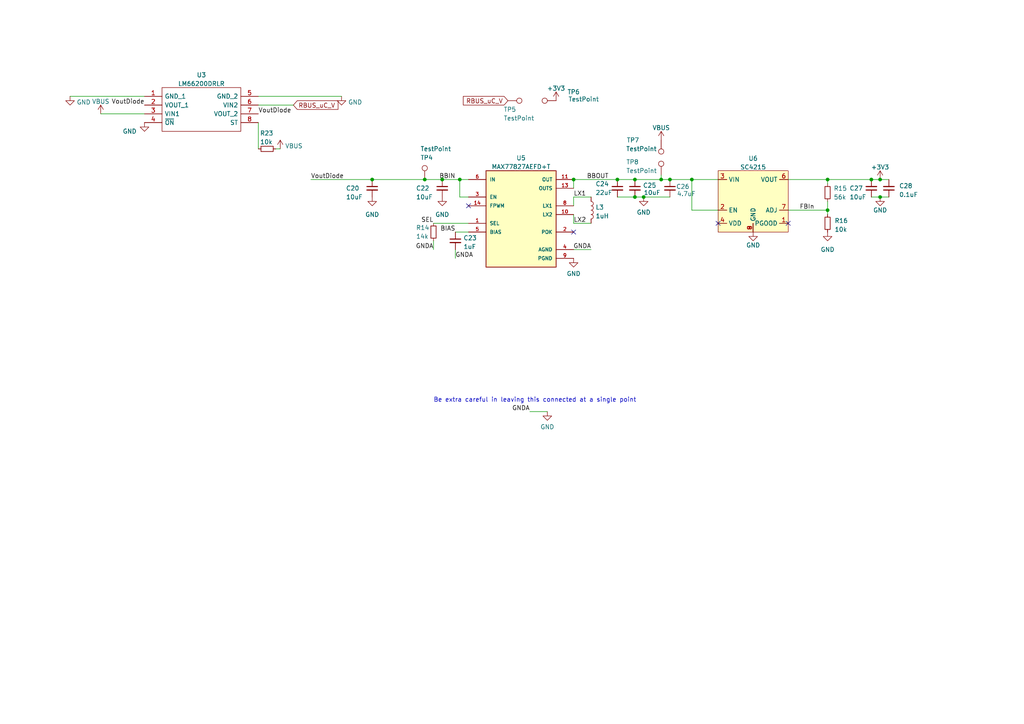
<source format=kicad_sch>
(kicad_sch (version 20230121) (generator eeschema)
  (paper "A4")
  (lib_symbols
    (symbol "Connector:TestPoint" (pin_numbers hide) (pin_names (offset 0.762) hide)
      (property "Reference" "TP" (at 0 6.858 0))
      (property "Value" "TestPoint" (at 0 5.08 0))
      (symbol "TestPoint_0_1"
        (circle (center 0 3.302) (radius 0.762))
      )
      (symbol "TestPoint_1_1"
        (pin passive line (at 0 0 90) (length 2.54) (name "1") (number "1"))
      )
    )
    (symbol "Device:C_Small" (pin_numbers hide) (pin_names (offset 0.254) hide)
      (property "Reference" "C" (at 0.254 1.778 0))
      (property "Value" "C_Small" (at 0.254 -2.032 0))
      (symbol "C_Small_0_1"
        (polyline (pts (xy -1.524 -0.508) (xy 1.524 -0.508)) (stroke (width 0.3302)))
        (polyline (pts (xy -1.524 0.508) (xy 1.524 0.508)) (stroke (width 0.3048)))
      )
      (symbol "C_Small_1_1"
        (pin passive line (at 0 2.54 270) (length 2.032) (name "~") (number "1"))
        (pin passive line (at 0 -2.54 90) (length 2.032) (name "~") (number "2"))
      )
    )
    (symbol "Device:L" (pin_numbers hide) (pin_names (offset 1.016) hide)
      (property "Reference" "L" (at -1.27 0 90))
      (property "Value" "L" (at 1.905 0 90))
      (symbol "L_0_1"
        (arc (start 0 -2.54) (mid 0.6323 -1.905) (end 0 -1.27))
        (arc (start 0 -1.27) (mid 0.6323 -0.635) (end 0 0))
        (arc (start 0 0) (mid 0.6323 0.635) (end 0 1.27))
        (arc (start 0 1.27) (mid 0.6323 1.905) (end 0 2.54))
      )
      (symbol "L_1_1"
        (pin passive line (at 0 3.81 270) (length 1.27) (name "1") (number "1"))
        (pin passive line (at 0 -3.81 90) (length 1.27) (name "2") (number "2"))
      )
    )
    (symbol "Device:R_Small" (pin_numbers hide) (pin_names (offset 0.254) hide)
      (property "Reference" "R" (at 0.762 0.508 0))
      (property "Value" "R_Small" (at 0.762 -1.016 0))
      (symbol "R_Small_0_1"
        (rectangle (start -0.762 1.778) (end 0.762 -1.778) (stroke (width 0.2032)))
      )
      (symbol "R_Small_1_1"
        (pin passive line (at 0 2.54 270) (length 0.762) (name "~") (number "1"))
        (pin passive line (at 0 -2.54 90) (length 0.762) (name "~") (number "2"))
      )
    )
    (symbol "iclr:LM66200DRLR" (pin_names (offset 0.762))
      (property "Reference" "U" (at 29.21 7.62 0))
      (property "Value" "LM66200DRLR" (at 29.21 5.08 0))
      (symbol "LM66200DRLR_0_0"
        (pin passive line (at 0 0 0) (length 5.08) (name "GND_1") (number "1"))
        (pin passive line (at 0 -2.54 0) (length 5.08) (name "VOUT_1") (number "2"))
        (pin passive line (at 0 -5.08 0) (length 5.08) (name "VIN1") (number "3"))
        (pin passive line (at 0 -7.62 0) (length 5.08) (name "~{ON}") (number "4"))
        (pin passive line (at 33.02 0 180) (length 5.08) (name "GND_2") (number "5"))
        (pin passive line (at 33.02 -2.54 180) (length 5.08) (name "VIN2") (number "6"))
        (pin passive line (at 33.02 -5.08 180) (length 5.08) (name "VOUT_2") (number "7"))
        (pin passive line (at 33.02 -7.62 180) (length 5.08) (name "ST") (number "8"))
      )
      (symbol "LM66200DRLR_0_1"
        (polyline (pts (xy 5.08 2.54) (xy 27.94 2.54) (xy 27.94 -10.16) (xy 5.08 -10.16) (xy 5.08 2.54)) (stroke (width 0.1524)))
      )
    )
    (symbol "iclr:MAX77827AEFD+T" (pin_names (offset 1.016))
      (property "Reference" "U?" (at -10.16 13.208 0))
      (property "Value" "MAX77827AEFD+T" (at -10.16 -17.78 0))
      (symbol "MAX77827AEFD+T_0_0"
        (rectangle (start -10.16 -15.24) (end 10.16 12.7) (stroke (width 0.254)) (fill (type background)))
        (pin passive line (at -15.24 -2.54 0) (length 5.08) (name "SEL") (number "1"))
        (pin passive line (at 15.24 0 180) (length 5.08) (name "LX2") (number "10"))
        (pin output line (at 15.24 10.16 180) (length 5.08) (name "OUT") (number "11"))
        (pin input line (at 15.24 7.62 180) (length 5.08) (name "OUTS") (number "13"))
        (pin input line (at -15.24 2.54 0) (length 5.08) (name "FPWM") (number "14"))
        (pin output line (at 15.24 -5.08 180) (length 5.08) (name "POK") (number "2"))
        (pin input line (at -15.24 5.08 0) (length 5.08) (name "EN") (number "3"))
        (pin power_in line (at 15.24 -10.16 180) (length 5.08) (name "AGND") (number "4"))
        (pin passive line (at -15.24 -5.08 0) (length 5.08) (name "BIAS") (number "5"))
        (pin input line (at -15.24 10.16 0) (length 5.08) (name "IN") (number "6"))
        (pin passive line (at 15.24 2.54 180) (length 5.08) (name "LX1") (number "8"))
        (pin power_in line (at 15.24 -12.7 180) (length 5.08) (name "PGND") (number "9"))
      )
    )
    (symbol "iclr:RT9025-25GSP"
      (property "Reference" "U6" (at 0 4.8428 0))
      (property "Value" "RT9025-25GSP" (at 0 2.3059 0))
      (symbol "RT9025-25GSP_1_1"
        (rectangle (start -10.16 1.27) (end 10.16 -16.51) (fill (type background)))
        (pin output line (at 10.16 -13.97 180) (length 2.54) (name "PGOOD") (number "1"))
        (pin input line (at -10.16 -10.16 0) (length 2.54) (name "EN") (number "2"))
        (pin input line (at -10.16 -1.27 0) (length 2.54) (name "VIN") (number "3"))
        (pin input line (at -10.16 -13.97 0) (length 2.54) (name "VDD") (number "4"))
        (pin output line (at 10.16 -1.27 180) (length 2.54) (name "VOUT") (number "6"))
        (pin input line (at 10.16 -10.16 180) (length 2.54) (name "ADJ") (number "7"))
        (pin input line (at 0 -16.51 90) (length 2.54) (name "GND") (number "8"))
        (pin input line (at 0 -16.51 90) (length 2.54) (name "GND") (number "9"))
      )
    )
    (symbol "power:+3.3V" (power) (pin_names (offset 0))
      (property "Value" "+3.3V" (at 0 3.556 0))
      (symbol "+3.3V_0_1"
        (polyline (pts (xy -0.762 1.27) (xy 0 2.54)))
        (polyline (pts (xy 0 0) (xy 0 2.54)))
        (polyline (pts (xy 0 2.54) (xy 0.762 1.27)))
      )
      (symbol "+3.3V_1_1"
        (pin power_in line (at 0 0 90) (length 0) hide (name "+3V3") (number "1"))
      )
    )
    (symbol "power:GND" (power) (pin_names (offset 0))
      (property "Value" "GND" (at 0 -3.81 0))
      (symbol "GND_0_1"
        (polyline (pts (xy 0 0) (xy 0 -1.27) (xy 1.27 -1.27) (xy 0 -2.54) (xy -1.27 -1.27) (xy 0 -1.27)))
      )
      (symbol "GND_1_1"
        (pin power_in line (at 0 0 270) (length 0) hide (name "GND") (number "1"))
      )
    )
    (symbol "power:VBUS" (power) (pin_names (offset 0))
      (property "Value" "VBUS" (at 0 3.81 0))
      (symbol "VBUS_0_1"
        (polyline (pts (xy -0.762 1.27) (xy 0 2.54)))
        (polyline (pts (xy 0 0) (xy 0 2.54)))
        (polyline (pts (xy 0 2.54) (xy 0.762 1.27)))
      )
      (symbol "VBUS_1_1"
        (pin power_in line (at 0 0 90) (length 0) hide (name "VBUS") (number "1"))
      )
    )
  )
  (junction (at 184.15 52.07))
  (junction (at 240.03 52.07))
  (junction (at 255.27 52.07))
  (junction (at 191.77 52.07))
  (junction (at 186.69 57.15))
  (junction (at 128.27 52.07))
  (junction (at 252.73 52.07))
  (junction (at 194.31 52.07))
  (junction (at 255.27 57.15))
  (junction (at 166.37 52.07))
  (junction (at 123.19 52.07))
  (junction (at 240.03 60.96))
  (junction (at 107.95 52.07))
  (junction (at 133.35 52.07))
  (junction (at 179.07 52.07))
  (junction (at 184.15 57.15))
  (junction (at 200.66 52.07))
  (no_connect (at 166.37 67.31))
  (no_connect (at 135.89 59.69))
  (no_connect (at 228.6 64.77))
  (no_connect (at 208.28 64.77))
  (wire (pts (xy 107.95 52.07) (xy 123.19 52.07)))
  (wire (pts (xy 133.35 57.15) (xy 135.89 57.15)))
  (wire (pts (xy 166.37 52.07) (xy 179.07 52.07)))
  (wire (pts (xy 20.32 27.94) (xy 41.91 27.94)))
  (wire (pts (xy 179.07 52.07) (xy 184.15 52.07)))
  (wire (pts (xy 240.03 52.07) (xy 240.03 53.34)))
  (wire (pts (xy 166.37 57.15) (xy 171.45 57.15)))
  (wire (pts (xy 200.66 52.07) (xy 200.66 60.96)))
  (wire (pts (xy 179.07 57.15) (xy 184.15 57.15)))
  (wire (pts (xy 228.6 52.07) (xy 240.03 52.07)))
  (wire (pts (xy 166.37 64.77) (xy 166.37 62.23)))
  (wire (pts (xy 200.66 52.07) (xy 208.28 52.07)))
  (wire (pts (xy 85.09 30.48) (xy 74.93 30.48)))
  (wire (pts (xy 125.73 64.77) (xy 135.89 64.77)))
  (wire (pts (xy 166.37 72.39) (xy 171.45 72.39)))
  (wire (pts (xy 191.77 52.07) (xy 194.31 52.07)))
  (wire (pts (xy 99.06 27.94) (xy 74.93 27.94)))
  (wire (pts (xy 240.03 58.42) (xy 240.03 60.96)))
  (wire (pts (xy 166.37 59.69) (xy 166.37 57.15)))
  (wire (pts (xy 191.77 50.8) (xy 191.77 52.07)))
  (wire (pts (xy 184.15 52.07) (xy 191.77 52.07)))
  (wire (pts (xy 252.73 57.15) (xy 255.27 57.15)))
  (wire (pts (xy 133.35 52.07) (xy 133.35 57.15)))
  (wire (pts (xy 200.66 60.96) (xy 208.28 60.96)))
  (wire (pts (xy 123.19 52.07) (xy 128.27 52.07)))
  (wire (pts (xy 186.69 57.15) (xy 194.31 57.15)))
  (wire (pts (xy 194.31 52.07) (xy 200.66 52.07)))
  (wire (pts (xy 125.73 72.39) (xy 125.73 69.85)))
  (wire (pts (xy 228.6 60.96) (xy 240.03 60.96)))
  (wire (pts (xy 171.45 64.77) (xy 166.37 64.77)))
  (wire (pts (xy 255.27 57.15) (xy 257.81 57.15)))
  (wire (pts (xy 90.17 52.07) (xy 107.95 52.07)))
  (wire (pts (xy 186.69 57.15) (xy 184.15 57.15)))
  (wire (pts (xy 153.67 119.38) (xy 158.75 119.38)))
  (wire (pts (xy 128.27 52.07) (xy 133.35 52.07)))
  (wire (pts (xy 29.21 33.02) (xy 41.91 33.02)))
  (wire (pts (xy 81.28 43.18) (xy 80.01 43.18)))
  (wire (pts (xy 166.37 54.61) (xy 166.37 52.07)))
  (wire (pts (xy 132.08 67.31) (xy 135.89 67.31)))
  (wire (pts (xy 255.27 52.07) (xy 252.73 52.07)))
  (wire (pts (xy 133.35 52.07) (xy 135.89 52.07)))
  (wire (pts (xy 255.27 52.07) (xy 257.81 52.07)))
  (wire (pts (xy 240.03 60.96) (xy 240.03 62.23)))
  (wire (pts (xy 240.03 52.07) (xy 252.73 52.07)))
  (wire (pts (xy 132.08 74.93) (xy 132.08 72.39)))
  (wire (pts (xy 74.93 43.18) (xy 74.93 35.56)))
  (text "Be extra careful in leaving this connected at a single point\n" (at 125.73 116.84 0) (effects (font (size 1.27 1.27)) (justify left bottom)))
  (label "GNDA" (at 132.08 74.93 0))
  (label "FBIn" (at 236.22 60.96 180))
  (label "BIAS" (at 132.08 67.31 180))
  (label "VoutDiode" (at 41.91 30.48 180))
  (label "LX2" (at 166.37 64.77 0))
  (label "GNDA" (at 153.67 119.38 180))
  (label "GNDA" (at 125.73 72.39 180))
  (label "SEL" (at 125.73 64.77 180))
  (label "VoutDiode" (at 74.93 33.02 0))
  (label "GNDA" (at 171.45 72.39 180))
  (label "BBOUT" (at 170.18 52.07 0))
  (label "VoutDiode" (at 90.17 52.07 0))
  (label "LX1" (at 166.37 57.15 0))
  (label "BBIN" (at 132.08 52.07 180))
  (global_label "RBUS_uC_V" (shape input) (at 85.09 30.48 0) (property "Intersheetrefs" "${INTERSHEET_REFS}" (effects hide)))
  (global_label "RBUS_uC_V" (shape input) (at 147.32 29.21 180) (property "Intersheetrefs" "${INTERSHEET_REFS}" (effects hide)))
  (symbol (lib_id "power:+3.3V") (at 161.29 29.21 0) (unit 1)
    (property "Reference" "#PWR045" (effects hide))
    (property "Value" "+3.3V" (at 161.29 25.6342 0))
  )
  (symbol (lib_id "Connector:TestPoint") (at 191.77 50.8 0) (unit 1)
    (property "Reference" "TP8" (at 181.61 46.99 0) (effects (justify left)))
    (property "Value" "TestPoint" (at 181.61 49.5269 0) (effects (justify left)))
    (property "Footprint" "TestPoint:TestPoint_Pad_D1.5mm" (effects hide))
  )
  (symbol (lib_id "Device:R_Small") (at 125.73 67.31 0) (unit 1)
    (property "Reference" "R14" (at 120.65 66.04 0) (effects (justify left)))
    (property "Value" "14k" (at 120.65 68.5769 0) (effects (justify left)))
    (property "Footprint" "Resistor_SMD:R_0402_1005Metric" (effects hide))
  )
  (symbol (lib_id "Device:R_Small") (at 77.47 43.18 270) (unit 1)
    (property "Reference" "R23" (at 75.4011 38.6379 90) (effects (justify left)))
    (property "Value" "10k" (at 75.4011 41.1779 90) (effects (justify left)))
    (property "Footprint" "Resistor_SMD:R_0402_1005Metric" (effects hide))
  )
  (symbol (lib_id "Device:C_Small") (at 257.81 54.61 180) (unit 1)
    (property "Reference" "C28" (at 260.7683 53.9154 0) (effects (justify right)))
    (property "Value" "0.1uF" (at 260.7683 56.4554 0) (effects (justify right)))
    (property "Footprint" "Capacitor_SMD:C_0402_1005Metric" (effects hide))
  )
  (symbol (lib_id "Connector:TestPoint") (at 147.32 29.21 270) (unit 1)
    (property "Reference" "TP5" (at 146.05 31.75 90) (effects (justify left)))
    (property "Value" "TestPoint" (at 146.05 34.2869 90) (effects (justify left)))
    (property "Footprint" "TestPoint:TestPoint_Pad_D1.5mm" (effects hide))
  )
  (symbol (lib_id "power:VBUS") (at 191.77 40.64 0) (unit 1)
    (property "Reference" "#PWR049" (effects hide))
    (property "Value" "VBUS" (at 191.77 37.0642 0))
  )
  (symbol (lib_id "Device:C_Small") (at 184.15 54.61 0) (unit 1)
    (property "Reference" "C25" (at 186.4741 53.7816 0) (effects (justify left)))
    (property "Value" "10uF" (at 186.69 55.88 0) (effects (justify left)))
    (property "Footprint" "Capacitor_SMD:C_0402_1005Metric" (effects hide))
  )
  (symbol (lib_id "Device:L") (at 171.45 60.96 0) (unit 1)
    (property "Reference" "L3" (at 172.72 60.1253 0) (effects (justify left)))
    (property "Value" "1uH" (at 172.72 62.6622 0) (effects (justify left)))
    (property "Footprint" "Inductor_SMD:L_0805_2012Metric" (effects hide))
  )
  (symbol (lib_id "Connector:TestPoint") (at 123.19 52.07 0) (unit 1)
    (property "Reference" "TP4" (at 121.92 45.72 0) (effects (justify left)))
    (property "Value" "TestPoint" (at 121.92 43.1831 0) (effects (justify left)))
    (property "Footprint" "TestPoint:TestPoint_Pad_D1.5mm" (effects hide))
  )
  (symbol (lib_id "Device:R_Small") (at 240.03 64.77 0) (unit 1)
    (property "Reference" "R16" (at 242.044 64.0197 0) (effects (justify left)))
    (property "Value" "10k" (at 242.044 66.5597 0) (effects (justify left)))
    (property "Footprint" "Resistor_SMD:R_0402_1005Metric" (effects hide))
  )
  (symbol (lib_id "Device:C_Small") (at 107.95 54.61 0) (unit 1)
    (property "Reference" "C20" (at 100.33 54.61 0) (effects (justify left)))
    (property "Value" "10uF" (at 100.33 57.1469 0) (effects (justify left)))
    (property "Footprint" "Capacitor_SMD:C_0402_1005Metric" (effects hide))
  )
  (symbol (lib_id "power:GND") (at 20.32 27.94 0) (unit 1)
    (property "Reference" "#PWR0105" (effects hide))
    (property "Value" "GND" (at 22.225 29.6438 0) (effects (justify left)))
  )
  (symbol (lib_id "power:GND") (at 186.69 57.15 0) (unit 1)
    (property "Reference" "#PWR048" (effects hide))
    (property "Value" "GND" (at 186.69 61.5934 0))
  )
  (symbol (lib_id "power:GND") (at 107.95 57.15 0) (unit 1)
    (property "Reference" "#PWR0108" (effects hide))
    (property "Value" "GND" (at 107.95 62.23 0))
  )
  (symbol (lib_id "power:GND") (at 41.91 35.56 0) (unit 1)
    (property "Reference" "#PWR0103" (effects hide))
    (property "Value" "GND" (at 35.56 38.1 0) (effects (justify left)))
  )
  (symbol (lib_id "Device:C_Small") (at 128.27 54.61 0) (unit 1)
    (property "Reference" "C22" (at 120.65 54.61 0) (effects (justify left)))
    (property "Value" "10uF" (at 120.65 57.1469 0) (effects (justify left)))
    (property "Footprint" "Capacitor_SMD:C_0603_1608Metric" (effects hide))
  )
  (symbol (lib_id "power:+3.3V") (at 255.27 52.07 0) (unit 1)
    (property "Reference" "#PWR052" (effects hide))
    (property "Value" "+3.3V" (at 255.27 48.4942 0))
  )
  (symbol (lib_id "Connector:TestPoint") (at 191.77 40.64 180) (unit 1)
    (property "Reference" "TP7" (at 185.42 40.64 0) (effects (justify left)))
    (property "Value" "TestPoint" (at 190.5 43.1769 0) (effects (justify left)))
    (property "Footprint" "TestPoint:TestPoint_Pad_D1.5mm" (effects hide))
  )
  (symbol (lib_id "power:GND") (at 255.27 57.15 0) (unit 1)
    (property "Reference" "#PWR053" (effects hide))
    (property "Value" "GND" (at 255.27 60.96 0))
  )
  (symbol (lib_id "power:VBUS") (at 81.28 43.18 0) (unit 1)
    (property "Reference" "#PWR0106" (effects hide))
    (property "Value" "VBUS" (at 82.677 42.3438 0) (effects (justify left)))
  )
  (symbol (lib_id "power:GND") (at 218.44 67.31 0) (unit 1)
    (property "Reference" "#PWR050" (effects hide))
    (property "Value" "GND" (at 218.44 71.12 0))
  )
  (symbol (lib_id "Device:C_Small") (at 252.73 54.61 180) (unit 1)
    (property "Reference" "C27" (at 246.38 54.61 0) (effects (justify right)))
    (property "Value" "10uF" (at 246.38 57.15 0) (effects (justify right)))
    (property "Footprint" "Capacitor_SMD:C_0402_1005Metric" (effects hide))
  )
  (symbol (lib_id "power:GND") (at 128.27 57.15 0) (unit 1)
    (property "Reference" "#PWR041" (effects hide))
    (property "Value" "GND" (at 128.27 62.23 0))
  )
  (symbol (lib_id "Connector:TestPoint") (at 161.29 29.21 90) (unit 1)
    (property "Reference" "TP6" (at 166.37 26.67 90))
    (property "Value" "TestPoint" (at 169.291 28.7716 90))
    (property "Footprint" "TestPoint:TestPoint_Pad_D1.5mm" (effects hide))
  )
  (symbol (lib_id "power:GND") (at 99.06 27.94 0) (unit 1)
    (property "Reference" "#PWR0107" (effects hide))
    (property "Value" "GND" (at 100.965 29.6438 0) (effects (justify left)))
  )
  (symbol (lib_id "iclr:RT9025-25GSP") (at 218.44 50.8 0) (unit 1)
    (property "Reference" "U6" (at 218.44 45.9572 0))
    (property "Value" "SC4215" (at 218.44 48.4941 0))
    (property "Footprint" "iclr:SOIC127P599X175-9N" (effects hide))
  )
  (symbol (lib_id "iclr:MAX77827AEFD+T") (at 151.13 62.23 0) (unit 1)
    (property "Reference" "U5" (at 151.13 45.8302 0))
    (property "Value" "MAX77827AEFD+T" (at 151.13 48.3671 0))
    (property "Footprint" "iclr:CONV_MAX77827AEFD+T" (effects hide))
    (property "MANUFACTURER" "Maxim Integrated" (effects hide))
    (property "MAXIMUM_PACKAGE_HEIGHT" "0.6mm" (effects hide))
    (property "PARTREV" "B" (effects hide))
    (property "STANDARD" "Manufacturer Recommended" (effects hide))
  )
  (symbol (lib_id "power:GND") (at 240.03 67.31 0) (unit 1)
    (property "Reference" "#PWR051" (effects hide))
    (property "Value" "GND" (at 240.03 72.39 0))
  )
  (symbol (lib_id "power:GND") (at 166.37 74.93 0) (unit 1)
    (property "Reference" "#PWR046" (effects hide))
    (property "Value" "GND" (at 166.37 79.3734 0))
  )
  (symbol (lib_id "Device:C_Small") (at 194.31 54.61 0) (unit 1)
    (property "Reference" "C26" (at 196.0936 54.1168 0) (effects (justify left)))
    (property "Value" "4.7uF" (at 196.3095 56.2152 0) (effects (justify left)))
    (property "Footprint" "Capacitor_SMD:C_0402_1005Metric" (effects hide))
  )
  (symbol (lib_id "Device:C_Small") (at 179.07 54.61 0) (unit 1)
    (property "Reference" "C24" (at 172.72 53.3431 0) (effects (justify left)))
    (property "Value" "22uF" (at 172.72 55.88 0) (effects (justify left)))
    (property "Footprint" "Capacitor_SMD:C_0603_1608Metric" (effects hide))
  )
  (symbol (lib_id "Device:R_Small") (at 240.03 55.88 0) (unit 1)
    (property "Reference" "R15" (at 241.7867 54.6505 0) (effects (justify left)))
    (property "Value" "56k" (at 241.7867 57.1905 0) (effects (justify left)))
    (property "Footprint" "Resistor_SMD:R_0402_1005Metric" (effects hide))
  )
  (symbol (lib_id "Device:C_Small") (at 132.08 69.85 0) (unit 1)
    (property "Reference" "C23" (at 134.4041 69.0216 0) (effects (justify left)))
    (property "Value" "1uF" (at 134.4041 71.5585 0) (effects (justify left)))
    (property "Footprint" "Capacitor_SMD:C_0402_1005Metric" (effects hide))
  )
  (symbol (lib_id "power:VBUS") (at 29.21 33.02 0) (unit 1)
    (property "Reference" "#PWR0104" (effects hide))
    (property "Value" "VBUS" (at 29.21 29.4442 0))
  )
  (symbol (lib_id "power:GND") (at 158.75 119.38 0) (unit 1)
    (property "Reference" "#PWR044" (effects hide))
    (property "Value" "GND" (at 158.75 123.8234 0))
  )
  (symbol (lib_id "iclr:LM66200DRLR") (at 41.91 27.94 0) (unit 1)
    (property "Reference" "U3" (at 58.42 21.751 0))
    (property "Value" "LM66200DRLR" (at 58.42 24.2879 0))
    (property "Footprint" "iclr:SOTFL50P160X60-8N" (effects hide))
    (property "Datasheet" "https://www.ti.com/lit/gpn/lm66200" (effects hide))
    (property "Description" "1.6-V to 5.5-V, 40-m, 2.5-A, low-IQ, dual ideal diode" (effects hide))
    (property "Height" "0.6" (effects hide))
    (property "Manufacturer_Name" "Texas Instruments" (effects hide))
    (property "Manufacturer_Part_Number" "LM66200DRLR" (effects hide))
    (property "Mouser Part Number" "595-LM66200DRLR" (effects hide))
    (property "Mouser Price/Stock" "https://www.mouser.co.uk/ProductDetail/Texas-Instruments/LM66200DRLR?qs=Rp5uXu7WBW90hnpZAkIOdQ%3D%3D" (effects hide))
    (property "Arrow Part Number" "LM66200DRLR" (effects hide))
    (property "Arrow Price/Stock" "https://www.arrow.com/en/products/lm66200drlr/texas-instruments?region=nac" (effects hide))
  )
)
</source>
